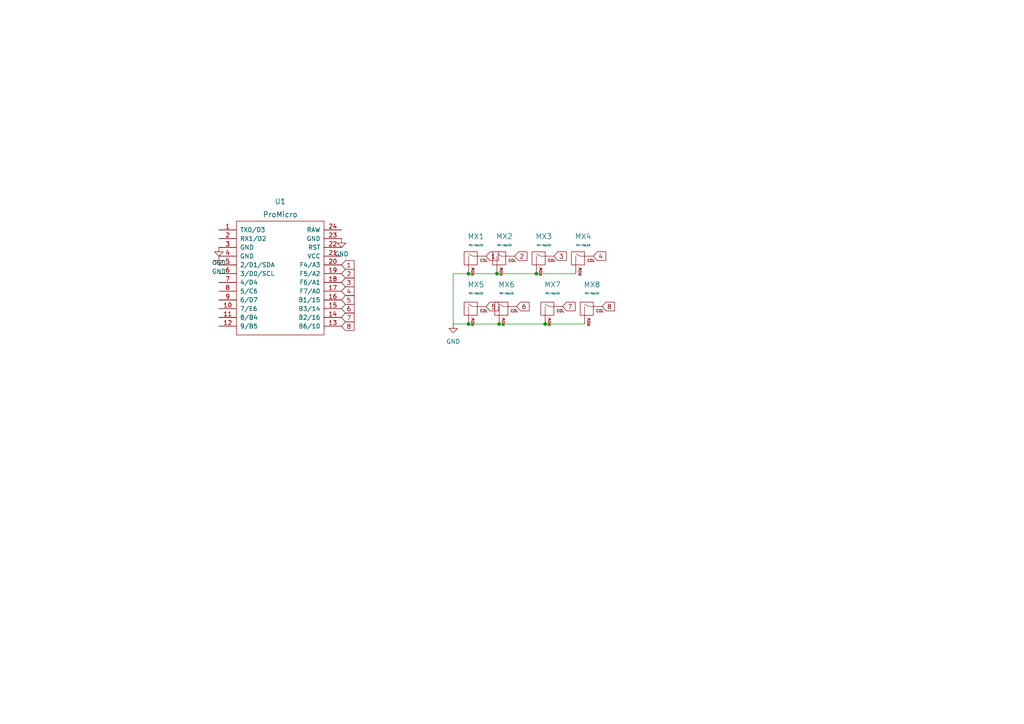
<source format=kicad_sch>
(kicad_sch (version 20210621) (generator eeschema)
  (paper "A4")
  (lib_symbols
    (symbol "kbd:ProMicro" (pin_names (offset 1.016))
      (property "Reference" "U" (at 0 19.05 0))
      (property "Value" "ProMicro" (at 0 -19.05 0))
      (symbol "ProMicro_0_1"
        (rectangle (start -12.7 16.51) (end 12.7 -16.51))
      )
      (symbol "ProMicro_1_1"
        (pin bidirectional line (at -17.78 13.97 0) (length 5.08) (name "TX0/D3") (number "1"))
        (pin bidirectional line (at -17.78 -8.89 0) (length 5.08) (name "7/E6") (number "10"))
        (pin bidirectional line (at -17.78 -11.43 0) (length 5.08) (name "8/B4") (number "11"))
        (pin bidirectional line (at -17.78 -13.97 0) (length 5.08) (name "9/B5") (number "12"))
        (pin bidirectional line (at 17.78 -13.97 180) (length 5.08) (name "B6/10") (number "13"))
        (pin bidirectional line (at 17.78 -11.43 180) (length 5.08) (name "B2/16") (number "14"))
        (pin bidirectional line (at 17.78 -8.89 180) (length 5.08) (name "B3/14") (number "15"))
        (pin bidirectional line (at 17.78 -6.35 180) (length 5.08) (name "B1/15") (number "16"))
        (pin bidirectional line (at 17.78 -3.81 180) (length 5.08) (name "F7/A0") (number "17"))
        (pin bidirectional line (at 17.78 -1.27 180) (length 5.08) (name "F6/A1") (number "18"))
        (pin bidirectional line (at 17.78 1.27 180) (length 5.08) (name "F5/A2") (number "19"))
        (pin bidirectional line (at -17.78 11.43 0) (length 5.08) (name "RX1/D2") (number "2"))
        (pin bidirectional line (at 17.78 3.81 180) (length 5.08) (name "F4/A3") (number "20"))
        (pin power_in line (at 17.78 6.35 180) (length 5.08) (name "VCC") (number "21"))
        (pin input line (at 17.78 8.89 180) (length 5.08) (name "RST") (number "22"))
        (pin power_in line (at 17.78 11.43 180) (length 5.08) (name "GND") (number "23"))
        (pin power_out line (at 17.78 13.97 180) (length 5.08) (name "RAW") (number "24"))
        (pin power_in line (at -17.78 8.89 0) (length 5.08) (name "GND") (number "3"))
        (pin power_in line (at -17.78 6.35 0) (length 5.08) (name "GND") (number "4"))
        (pin bidirectional line (at -17.78 3.81 0) (length 5.08) (name "2/D1/SDA") (number "5"))
        (pin bidirectional line (at -17.78 1.27 0) (length 5.08) (name "3/D0/SCL") (number "6"))
        (pin bidirectional line (at -17.78 -1.27 0) (length 5.08) (name "4/D4") (number "7"))
        (pin bidirectional line (at -17.78 -3.81 0) (length 5.08) (name "5/C6") (number "8"))
        (pin bidirectional line (at -17.78 -6.35 0) (length 5.08) (name "6/D7") (number "9"))
      )
    )
    (symbol "keybage:MX-NoLED" (pin_names (offset 1.016))
      (property "Reference" "MX" (at -0.635 3.81 0))
      (property "Value" "MX-NoLED" (at -0.635 1.27 0))
      (symbol "MX-NoLED_0_0"
        (text "COL" (at 3.175 0 0) (effects (font (size 0.762 0.762))))
        (text "ROW" (at 0 -1.905 900) (effects (font (size 0.762 0.762)) (justify right)))
        (rectangle (start -2.54 2.54) (end 1.27 -1.27))
        (polyline (pts (xy -1.27 -1.27) (xy -1.27 1.27)) (stroke (width 0.127)))
        (polyline (pts (xy 1.27 1.27) (xy 0 1.27) (xy -1.27 1.905)) (stroke (width 0.127)))
      )
      (symbol "MX-NoLED_1_1"
        (pin passive line (at 3.81 1.27 180) (length 2.54) (name "COL") (number "1"))
        (pin passive line (at -1.27 -3.81 90) (length 2.54) (name "ROW") (number "2"))
      )
    )
    (symbol "power:GND" (power) (pin_names (offset 0))
      (property "Value" "GND" (at 0 -3.81 0))
      (symbol "GND_0_1"
        (polyline (pts (xy 0 0) (xy 0 -1.27) (xy 1.27 -1.27) (xy 0 -2.54) (xy -1.27 -1.27) (xy 0 -1.27)))
      )
      (symbol "GND_1_1"
        (pin power_in line (at 0 0 270) (length 0) hide (name "GND") (number "1"))
      )
    )
  )
  (junction (at 135.89 79.375))
  (junction (at 135.89 93.98))
  (junction (at 144.145 79.375))
  (junction (at 144.78 93.98))
  (junction (at 155.575 79.375))
  (junction (at 158.115 93.98))
  (wire (pts (xy 131.445 79.375) (xy 131.445 93.98)))
  (wire (pts (xy 131.445 93.98) (xy 135.89 93.98)))
  (wire (pts (xy 135.89 79.375) (xy 131.445 79.375)))
  (wire (pts (xy 135.89 79.375) (xy 144.145 79.375)))
  (wire (pts (xy 135.89 93.98) (xy 144.78 93.98)))
  (wire (pts (xy 144.145 79.375) (xy 155.575 79.375)))
  (wire (pts (xy 144.78 93.98) (xy 158.115 93.98)))
  (wire (pts (xy 155.575 79.375) (xy 167.005 79.375)))
  (wire (pts (xy 158.115 93.98) (xy 169.545 93.98)))
  (global_label "1" (shape input) (at 99.06 76.835 0) (property "Intersheet References" "${INTERSHEET_REFS}" (effects hide)))
  (global_label "2" (shape input) (at 99.06 79.375 0) (property "Intersheet References" "${INTERSHEET_REFS}" (effects hide)))
  (global_label "3" (shape input) (at 99.06 81.915 0) (property "Intersheet References" "${INTERSHEET_REFS}" (effects hide)))
  (global_label "4" (shape input) (at 99.06 84.455 0) (property "Intersheet References" "${INTERSHEET_REFS}" (effects hide)))
  (global_label "5" (shape input) (at 99.06 86.995 0) (property "Intersheet References" "${INTERSHEET_REFS}" (effects hide)))
  (global_label "6" (shape input) (at 99.06 89.535 0) (property "Intersheet References" "${INTERSHEET_REFS}" (effects hide)))
  (global_label "7" (shape input) (at 99.06 92.075 0) (property "Intersheet References" "${INTERSHEET_REFS}" (effects hide)))
  (global_label "8" (shape input) (at 99.06 94.615 0) (property "Intersheet References" "${INTERSHEET_REFS}" (effects hide)))
  (global_label "1" (shape input) (at 140.97 74.295 0) (property "Intersheet References" "${INTERSHEET_REFS}" (effects hide)))
  (global_label "5" (shape input) (at 140.97 88.9 0) (property "Intersheet References" "${INTERSHEET_REFS}" (effects hide)))
  (global_label "2" (shape input) (at 149.225 74.295 0) (property "Intersheet References" "${INTERSHEET_REFS}" (effects hide)))
  (global_label "6" (shape input) (at 149.86 88.9 0) (property "Intersheet References" "${INTERSHEET_REFS}" (effects hide)))
  (global_label "3" (shape input) (at 160.655 74.295 0) (property "Intersheet References" "${INTERSHEET_REFS}" (effects hide)))
  (global_label "7" (shape input) (at 163.195 88.9 0) (property "Intersheet References" "${INTERSHEET_REFS}" (effects hide)))
  (global_label "4" (shape input) (at 172.085 74.295 0) (property "Intersheet References" "${INTERSHEET_REFS}" (effects hide)))
  (global_label "8" (shape input) (at 174.625 88.9 0) (property "Intersheet References" "${INTERSHEET_REFS}" (effects hide)))
  (symbol (lib_id "power:GND") (at 63.5 71.755 0) (unit 1)
    (property "Reference" "#PWR0102" (effects hide))
    (property "Value" "GND" (at 63.5 76.2 0))
  )
  (symbol (lib_id "power:GND") (at 63.5 74.295 0) (unit 1)
    (property "Reference" "#PWR0103" (effects hide))
    (property "Value" "GND" (at 63.5 78.74 0))
  )
  (symbol (lib_id "power:GND") (at 99.06 69.215 0) (unit 1)
    (property "Reference" "#PWR0101" (effects hide))
    (property "Value" "GND" (at 99.06 73.66 0))
  )
  (symbol (lib_id "power:GND") (at 131.445 93.98 0) (unit 1)
    (property "Reference" "#PWR0104" (effects hide))
    (property "Value" "GND" (at 131.445 99.06 0))
  )
  (symbol (lib_id "keybage:MX-NoLED") (at 137.16 75.565 0) (unit 1)
    (property "Reference" "MX1" (at 138.0455 68.58 0) (effects (font (size 1.524 1.524))))
    (property "Value" "MX-NoLED" (at 138.0455 71.12 0) (effects (font (size 0.508 0.508))))
    (property "Footprint" "MX_Alps_Hybrid:MX-1U-NoLED" (effects hide))
  )
  (symbol (lib_id "keybage:MX-NoLED") (at 137.16 90.17 0) (unit 1)
    (property "Reference" "MX5" (at 138.0455 82.55 0) (effects (font (size 1.524 1.524))))
    (property "Value" "MX-NoLED" (at 138.0455 85.09 0) (effects (font (size 0.508 0.508))))
    (property "Footprint" "MX_Alps_Hybrid:MX-1U-NoLED" (effects hide))
  )
  (symbol (lib_id "keybage:MX-NoLED") (at 145.415 75.565 0) (unit 1)
    (property "Reference" "MX2" (at 146.3005 68.58 0) (effects (font (size 1.524 1.524))))
    (property "Value" "MX-NoLED" (at 146.3005 71.12 0) (effects (font (size 0.508 0.508))))
    (property "Footprint" "MX_Alps_Hybrid:MX-1U-NoLED" (effects hide))
  )
  (symbol (lib_id "keybage:MX-NoLED") (at 146.05 90.17 0) (unit 1)
    (property "Reference" "MX6" (at 146.9355 82.55 0) (effects (font (size 1.524 1.524))))
    (property "Value" "MX-NoLED" (at 146.9355 85.09 0) (effects (font (size 0.508 0.508))))
    (property "Footprint" "MX_Alps_Hybrid:MX-1U-NoLED" (effects hide))
  )
  (symbol (lib_id "keybage:MX-NoLED") (at 156.845 75.565 0) (unit 1)
    (property "Reference" "MX3" (at 157.7305 68.58 0) (effects (font (size 1.524 1.524))))
    (property "Value" "MX-NoLED" (at 157.7305 71.12 0) (effects (font (size 0.508 0.508))))
    (property "Footprint" "MX_Alps_Hybrid:MX-1U-NoLED" (effects hide))
  )
  (symbol (lib_id "keybage:MX-NoLED") (at 159.385 90.17 0) (unit 1)
    (property "Reference" "MX7" (at 160.2705 82.55 0) (effects (font (size 1.524 1.524))))
    (property "Value" "MX-NoLED" (at 160.2705 85.09 0) (effects (font (size 0.508 0.508))))
    (property "Footprint" "MX_Alps_Hybrid:MX-1U-NoLED" (effects hide))
  )
  (symbol (lib_id "keybage:MX-NoLED") (at 168.275 75.565 0) (unit 1)
    (property "Reference" "MX4" (at 169.1605 68.58 0) (effects (font (size 1.524 1.524))))
    (property "Value" "MX-NoLED" (at 169.1605 71.12 0) (effects (font (size 0.508 0.508))))
    (property "Footprint" "MX_Alps_Hybrid:MX-1U-NoLED" (effects hide))
  )
  (symbol (lib_id "keybage:MX-NoLED") (at 170.815 90.17 0) (unit 1)
    (property "Reference" "MX8" (at 171.7005 82.55 0) (effects (font (size 1.524 1.524))))
    (property "Value" "MX-NoLED" (at 171.7005 85.09 0) (effects (font (size 0.508 0.508))))
    (property "Footprint" "MX_Alps_Hybrid:MX-1U-NoLED" (effects hide))
  )
  (symbol (lib_id "kbd:ProMicro") (at 81.28 80.645 0) (unit 1)
    (property "Reference" "U1" (at 81.28 58.42 0) (effects (font (size 1.524 1.524))))
    (property "Value" "ProMicro" (at 81.28 62.23 0) (effects (font (size 1.524 1.524))))
    (property "Footprint" "keebio:ArduinoProMicro" (effects hide))
  )
)
</source>
